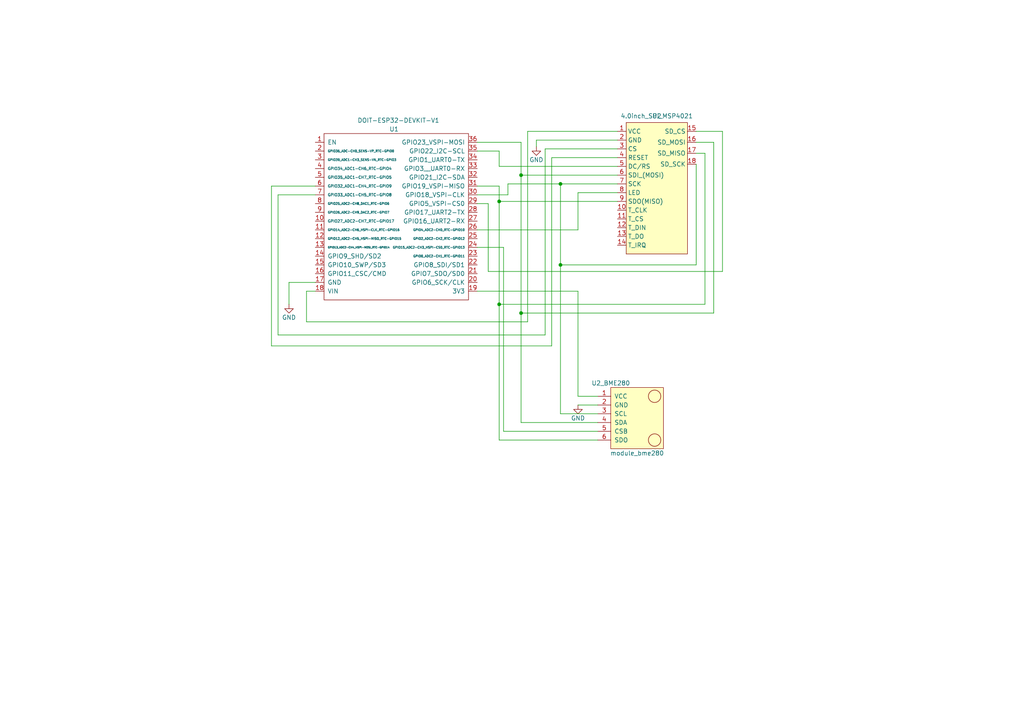
<source format=kicad_sch>
(kicad_sch (version 20211123) (generator eeschema)
  (paper "A4")
  (lib_symbols
    (symbol "doit-esp32-devkit-v1:DOIT-ESP32-DEVKIT-V1" (pin_names (offset 1.016))
      (property "Reference" "U" (at -1.27 11.43 0))
      (property "Value" "DOIT-ESP32-DEVKIT-V1" (at 0 13.97 0))
      (symbol "DOIT-ESP32-DEVKIT-V1_0_1"
        (rectangle (start 20.32 10.16) (end -21.59 -38.1))
      )
      (symbol "DOIT-ESP32-DEVKIT-V1_1_1"
        (pin output line (at -24.13 7.62 0) (length 2.54) (name "EN") (number "1"))
        (pin bidirectional line (at -24.13 -15.24 0) (length 2.54) (name "GPIO27_ADC2-CH7_RTC-GPIO17") (number "10"))
        (pin bidirectional line (at -24.13 -17.78 0) (length 2.54) (name "GPIO14_ADC2-CH6_HSPI-CLK_RTC-GPIO16") (number "11"))
        (pin bidirectional line (at -24.13 -20.32 0) (length 2.54) (name "GPIO12_ADC2-CH5_HSPI-MISO_RTC-GPIO15") (number "12"))
        (pin bidirectional line (at -24.13 -22.86 0) (length 2.54) (name "GPIO13_ADC2-CH4_HSPI-MOSI_RTC-GPIO14") (number "13"))
        (pin unspecified line (at -24.13 -25.4 0) (length 2.54) (name "GPIO9_SHD/SD2") (number "14"))
        (pin unspecified line (at -24.13 -27.94 0) (length 2.54) (name "GPIO10_SWP/SD3") (number "15"))
        (pin unspecified line (at -24.13 -30.48 0) (length 2.54) (name "GPIO11_CSC/CMD") (number "16"))
        (pin bidirectional line (at -24.13 -33.02 0) (length 2.54) (name "GND") (number "17"))
        (pin bidirectional line (at -24.13 -35.56 0) (length 2.54) (name "VIN") (number "18"))
        (pin output line (at 22.86 -35.56 180) (length 2.54) (name "3V3") (number "19"))
        (pin bidirectional line (at -24.13 5.08 0) (length 2.54) (name "GPIO36_ADC-CH0_SENS-VP_RTC-GPIO0") (number "2"))
        (pin unspecified line (at 22.86 -33.02 180) (length 2.54) (name "GPIO6_SCK/CLK") (number "20"))
        (pin unspecified line (at 22.86 -30.48 180) (length 2.54) (name "GPIO7_SDO/SD0") (number "21"))
        (pin unspecified line (at 22.86 -27.94 180) (length 2.54) (name "GPIO8_SDI/SD1") (number "22"))
        (pin bidirectional line (at 22.86 -25.4 180) (length 2.54) (name "GPIO0_ADC2-CH1_RTC-GPIO11") (number "23"))
        (pin bidirectional line (at 22.86 -22.86 180) (length 2.54) (name "GPIO15_ADC2-CH3_HSPI-CS0_RTC-GPIO13") (number "24"))
        (pin bidirectional line (at 22.86 -20.32 180) (length 2.54) (name "GPIO2_ADC2-CH2_RTC-GPIO12") (number "25"))
        (pin bidirectional line (at 22.86 -17.78 180) (length 2.54) (name "GPIO4_ADC2-CH0_RTC-GPIO10") (number "26"))
        (pin bidirectional line (at 22.86 -15.24 180) (length 2.54) (name "GPIO16_UART2-RX") (number "27"))
        (pin bidirectional line (at 22.86 -12.7 180) (length 2.54) (name "GPIO17_UART2-TX") (number "28"))
        (pin bidirectional line (at 22.86 -10.16 180) (length 2.54) (name "GPIO5_VSPI-CS0") (number "29"))
        (pin bidirectional line (at -24.13 2.54 0) (length 2.54) (name "GPIO39_ADC1-CH3_SENS-VN_RTC-GPIO3") (number "3"))
        (pin bidirectional line (at 22.86 -7.62 180) (length 2.54) (name "GPIO18_VSPI-CLK") (number "30"))
        (pin bidirectional line (at 22.86 -5.08 180) (length 2.54) (name "GPIO19_VSPI-MISO") (number "31"))
        (pin bidirectional line (at 22.86 -2.54 180) (length 2.54) (name "GPIO21_I2C-SDA") (number "32"))
        (pin bidirectional line (at 22.86 0 180) (length 2.54) (name "GPIO3__UART0-RX") (number "33"))
        (pin bidirectional line (at 22.86 2.54 180) (length 2.54) (name "GPIO1_UART0-TX") (number "34"))
        (pin bidirectional line (at 22.86 5.08 180) (length 2.54) (name "GPIO22_I2C-SCL") (number "35"))
        (pin bidirectional line (at 22.86 7.62 180) (length 2.54) (name "GPIO23_VSPI-MOSI") (number "36"))
        (pin bidirectional line (at -24.13 0 0) (length 2.54) (name "GPIO34_ADC1-CH6_RTC-GPIO4") (number "4"))
        (pin bidirectional line (at -24.13 -2.54 0) (length 2.54) (name "GPIO35_ADC1-CH7_RTC-GPIO5") (number "5"))
        (pin bidirectional line (at -24.13 -5.08 0) (length 2.54) (name "GPIO32_ADC1-CH4_RTC-GPIO9") (number "6"))
        (pin bidirectional line (at -24.13 -7.62 0) (length 2.54) (name "GPIO33_ADC1-CH5_RTC-GPIO8") (number "7"))
        (pin bidirectional line (at -24.13 -10.16 0) (length 2.54) (name "GPIO25_ADC2-CH8_DAC1_RTC-GPIO6") (number "8"))
        (pin bidirectional line (at -24.13 -12.7 0) (length 2.54) (name "GPIO26_ADC2-CH9_DAC2_RTC-GPIO7") (number "9"))
      )
    )
    (symbol "lcd:4.0inch_SPI_MSP4021"
      (property "Reference" "U" (at 0 0 0))
      (property "Value" "4.0inch_SPI_MSP4021" (at 0 0 0))
      (symbol "4.0inch_SPI_MSP4021_0_1"
        (rectangle (start -8.89 -1.905) (end 8.89 -40.005) (stroke (width 0.1524)) (fill (type background)))
      )
      (symbol "4.0inch_SPI_MSP4021_1_1"
        (pin input line (at -11.43 -4.445 0) (length 2.54) (name "VCC") (number "1"))
        (pin input line (at -11.43 -27.305 0) (length 2.54) (name "T_CLK") (number "10"))
        (pin input line (at -11.43 -29.845 0) (length 2.54) (name "T_CS") (number "11"))
        (pin input line (at -11.43 -32.385 0) (length 2.54) (name "T_DIN") (number "12"))
        (pin input line (at -11.43 -34.925 0) (length 2.54) (name "T_DO") (number "13"))
        (pin input line (at -11.43 -37.465 0) (length 2.54) (name "T_IRQ") (number "14"))
        (pin input line (at 11.43 -4.445 180) (length 2.54) (name "SD_CS") (number "15"))
        (pin input line (at 11.43 -7.62 180) (length 2.54) (name "SD_MOSI") (number "16"))
        (pin input line (at 11.43 -10.795 180) (length 2.54) (name "SD_MISO") (number "17"))
        (pin input line (at 11.43 -13.97 180) (length 2.54) (name "SD_SCK") (number "18"))
        (pin input line (at -11.43 -6.985 0) (length 2.54) (name "GND") (number "2"))
        (pin input line (at -11.43 -9.525 0) (length 2.54) (name "CS") (number "3"))
        (pin input line (at -11.43 -12.065 0) (length 2.54) (name "RESET") (number "4"))
        (pin input line (at -11.43 -14.605 0) (length 2.54) (name "DC/RS") (number "5"))
        (pin input line (at -11.43 -17.145 0) (length 2.54) (name "SDI_(MOSI)") (number "6"))
        (pin input line (at -11.43 -19.685 0) (length 2.54) (name "SCK") (number "7"))
        (pin input line (at -11.43 -22.225 0) (length 2.54) (name "LED") (number "8"))
        (pin input line (at -11.43 -24.765 0) (length 2.54) (name "SDO(MISO)") (number "9"))
      )
    )
    (symbol "power:GND" (power) (pin_names (offset 0))
      (property "Value" "GND" (at 0 -3.81 0))
      (symbol "GND_0_1"
        (polyline (pts (xy 0 0) (xy 0 -1.27) (xy 1.27 -1.27) (xy 0 -2.54) (xy -1.27 -1.27) (xy 0 -1.27)))
      )
      (symbol "GND_1_1"
        (pin power_in line (at 0 0 270) (length 0) hide (name "GND") (number "1"))
      )
    )
    (symbol "usini_sensors:module_bme280" (pin_names (offset 1.016))
      (property "Reference" "U" (at 3.81 11.43 0))
      (property "Value" "module_bme280" (at 11.43 -8.89 0))
      (symbol "module_bme280_0_1"
        (rectangle (start 3.81 -7.62) (end 19.05 10.16) (fill (type background)))
        (circle (center 16.51 -5.08) (radius 1.8034))
        (circle (center 16.51 7.62) (radius 1.8034))
      )
      (symbol "module_bme280_1_1"
        (pin passive line (at 0 7.62 0) (length 3.81) (name "VCC") (number "1"))
        (pin passive line (at 0 5.08 0) (length 3.81) (name "GND") (number "2"))
        (pin passive line (at 0 2.54 0) (length 3.81) (name "SCL") (number "3"))
        (pin passive line (at 0 0 0) (length 3.81) (name "SDA") (number "4"))
        (pin passive line (at 0 -2.54 0) (length 3.81) (name "CSB") (number "5"))
        (pin passive line (at 0 -5.08 0) (length 3.81) (name "SDO") (number "6"))
      )
    )
  )
  (junction (at 151.13 90.805))
  (junction (at 162.56 53.34))
  (junction (at 144.78 58.42))
  (junction (at 151.13 50.8))
  (junction (at 144.78 88.265))
  (junction (at 162.56 76.835))
  (wire (pts (xy 78.74 53.975) (xy 91.44 53.975)))
  (wire (pts (xy 138.43 84.455) (xy 167.64 84.455)))
  (wire (pts (xy 201.93 47.625) (xy 201.93 76.835)))
  (wire (pts (xy 144.78 88.265) (xy 144.78 127.635)))
  (wire (pts (xy 138.43 66.675) (xy 167.64 66.675)))
  (wire (pts (xy 91.44 56.515) (xy 80.645 56.515)))
  (wire (pts (xy 209.55 38.1) (xy 201.93 38.1)))
  (wire (pts (xy 173.355 127.635) (xy 144.78 127.635)))
  (wire (pts (xy 147.32 56.515) (xy 138.43 56.515)))
  (wire (pts (xy 204.47 44.45) (xy 204.47 88.265)))
  (wire (pts (xy 144.78 43.815) (xy 138.43 43.815)))
  (wire (pts (xy 155.575 40.64) (xy 155.575 42.545)))
  (wire (pts (xy 141.605 78.74) (xy 209.55 78.74)))
  (wire (pts (xy 91.44 81.915) (xy 83.82 81.915)))
  (wire (pts (xy 144.78 53.975) (xy 144.78 58.42)))
  (wire (pts (xy 160.02 100.33) (xy 78.74 100.33)))
  (wire (pts (xy 80.645 56.515) (xy 80.645 97.155)))
  (wire (pts (xy 91.44 84.455) (xy 88.9 84.455)))
  (wire (pts (xy 179.07 53.34) (xy 162.56 53.34)))
  (wire (pts (xy 151.13 122.555) (xy 151.13 90.805)))
  (wire (pts (xy 160.02 45.72) (xy 160.02 100.33)))
  (wire (pts (xy 162.56 76.835) (xy 162.56 53.34)))
  (wire (pts (xy 158.115 97.155) (xy 158.115 43.18)))
  (wire (pts (xy 158.115 43.18) (xy 179.07 43.18)))
  (wire (pts (xy 144.78 53.975) (xy 138.43 53.975)))
  (wire (pts (xy 167.64 84.455) (xy 167.64 114.935)))
  (wire (pts (xy 201.93 76.835) (xy 162.56 76.835)))
  (wire (pts (xy 209.55 78.74) (xy 209.55 38.1)))
  (wire (pts (xy 179.07 58.42) (xy 144.78 58.42)))
  (wire (pts (xy 162.56 120.015) (xy 162.56 76.835)))
  (wire (pts (xy 179.07 48.26) (xy 144.78 48.26)))
  (wire (pts (xy 144.78 58.42) (xy 144.78 88.265)))
  (wire (pts (xy 138.43 59.055) (xy 141.605 59.055)))
  (wire (pts (xy 153.035 38.1) (xy 179.07 38.1)))
  (wire (pts (xy 207.01 90.805) (xy 207.01 41.275)))
  (wire (pts (xy 151.13 50.8) (xy 151.13 41.275)))
  (wire (pts (xy 88.9 93.345) (xy 153.035 93.345)))
  (wire (pts (xy 204.47 88.265) (xy 144.78 88.265)))
  (wire (pts (xy 173.355 120.015) (xy 162.56 120.015)))
  (wire (pts (xy 179.07 55.88) (xy 167.64 55.88)))
  (wire (pts (xy 151.13 50.8) (xy 151.13 90.805)))
  (wire (pts (xy 151.13 90.805) (xy 207.01 90.805)))
  (wire (pts (xy 201.93 44.45) (xy 204.47 44.45)))
  (wire (pts (xy 141.605 59.055) (xy 141.605 78.74)))
  (wire (pts (xy 153.035 93.345) (xy 153.035 38.1)))
  (wire (pts (xy 167.64 66.675) (xy 167.64 55.88)))
  (wire (pts (xy 78.74 100.33) (xy 78.74 53.975)))
  (wire (pts (xy 147.32 53.34) (xy 147.32 56.515)))
  (wire (pts (xy 167.64 114.935) (xy 173.355 114.935)))
  (wire (pts (xy 80.645 97.155) (xy 158.115 97.155)))
  (wire (pts (xy 162.56 53.34) (xy 147.32 53.34)))
  (wire (pts (xy 179.07 45.72) (xy 160.02 45.72)))
  (wire (pts (xy 167.64 117.475) (xy 173.355 117.475)))
  (wire (pts (xy 179.07 50.8) (xy 151.13 50.8)))
  (wire (pts (xy 88.9 84.455) (xy 88.9 93.345)))
  (wire (pts (xy 83.82 81.915) (xy 83.82 88.265)))
  (wire (pts (xy 146.05 71.755) (xy 138.43 71.755)))
  (wire (pts (xy 207.01 41.275) (xy 201.93 41.275)))
  (wire (pts (xy 173.355 122.555) (xy 151.13 122.555)))
  (wire (pts (xy 146.05 125.095) (xy 146.05 71.755)))
  (wire (pts (xy 151.13 41.275) (xy 138.43 41.275)))
  (wire (pts (xy 173.355 125.095) (xy 146.05 125.095)))
  (wire (pts (xy 144.78 48.26) (xy 144.78 43.815)))
  (wire (pts (xy 155.575 40.64) (xy 179.07 40.64)))
  (symbol (lib_id "usini_sensors:module_bme280") (at 173.355 122.555 0) (unit 1)
    (property "Reference" "U2_BME280" (at 177.165 111.125 0))
    (property "Value" "module_bme280" (at 184.785 131.445 0))
    (property "Footprint" "usini_sensors:module_bme280" (effects hide))
  )
  (symbol (lib_id "power:GND") (at 155.575 42.545 0) (unit 1)
    (property "Reference" "#PWR0102" (effects hide))
    (property "Value" "GND" (at 155.575 46.355 0))
  )
  (symbol (lib_id "power:GND") (at 83.82 88.265 0) (unit 1)
    (property "Reference" "#PWR0103" (effects hide))
    (property "Value" "GND" (at 83.82 92.075 0))
  )
  (symbol (lib_id "lcd:4.0inch_SPI_MSP4021") (at 190.5 33.655 0) (unit 1)
    (property "Reference" "U2" (at 190.5 33.655 0))
    (property "Value" "4.0inch_SPI_MSP4021" (at 190.5 33.655 0))
    (property "Footprint" "lcd:4.0inch_SPI" (effects hide))
  )
  (symbol (lib_id "power:GND") (at 167.64 117.475 0) (unit 1)
    (property "Reference" "#PWR0101" (effects hide))
    (property "Value" "GND" (at 167.64 121.285 0))
  )
  (symbol (lib_id "doit-esp32-devkit-v1:DOIT-ESP32-DEVKIT-V1") (at 115.57 48.895 0) (unit 1)
    (property "Reference" "U1" (at 114.3 37.465 0))
    (property "Value" "DOIT-ESP32-DEVKIT-V1" (at 115.57 34.925 0))
    (property "Footprint" "esp32:MODULE_ESP32_DEVKIT_V1" (effects hide))
  )
)
</source>
